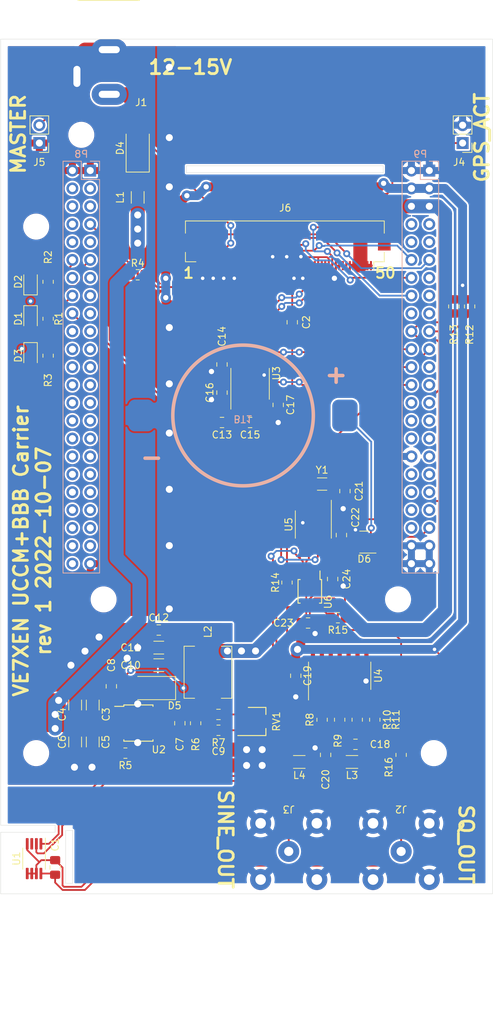
<source format=kicad_pcb>
(kicad_pcb (version 20211014) (generator pcbnew)
  (title_block (title "UCCM+BBB Carrier") (date "2022-10-07") (rev "1") (company "VE7XEN"))
  (layers (0 "F.Cu" signal) (31 "B.Cu" signal) (34 "B.Paste" user) (35 "F.Paste" user) (36 "B.SilkS" user "B.Silkscreen") (37 "F.SilkS" user "F.Silkscreen") (38 "B.Mask" user) (39 "F.Mask" user) (44 "Edge.Cuts" user))
  (net 0 "")
  (net 1 "+5V")
  (net 2 "GND")
  (net 3 "/Power Supply/FB")
  (net 4 "/Power Supply/SW")
  (net 5 "/Power Supply/BOOT")
  (net 6 "/Power Supply/VIN")
  (net 7 "/Power Supply/SS")
  (net 8 "+3V3")
  (net 9 "/Power Supply/RT")
  (net 10 "GNDS")
  (net 11 "/RS232_TX")
  (net 12 "/RS232_RX")
  (net 13 "/GPS_ACT")
  (net 14 "/GPIO[2]")
  (net 15 "/MMC1.DAT[6]")
  (net 16 "/MMC1.DAT[7]")
  (net 17 "/MMC1.DAT[2]")
  (net 18 "/MMC1.DAT[3]")
  (net 19 "/GPIO[67]")
  (net 20 "/GPIO[69]")
  (net 21 "/GPIO[68]")
  (net 22 "/GPIO[45]")
  (net 23 "/GPIO[44]")
  (net 24 "/GPIO[23]")
  (net 25 "/GPIO[26]")
  (net 26 "/LVTTL_10M")
  (net 27 "/GPIO[3]")
  (net 28 "/PP2S")
  (net 29 "/GPIO[47]")
  (net 30 "/GPIO[46]")
  (net 31 "/GPIO[27]")
  (net 32 "/GPIO[65]")
  (net 33 "/GPIO[22]")
  (net 34 "/MMC1.CMD")
  (net 35 "/MMC1.CLK")
  (net 36 "/MMC1.DAT[5]")
  (net 37 "/MMC1.DAT[4]")
  (net 38 "/MMC1.DAT[1]")
  (net 39 "/MMC1.DAT[0]")
  (net 40 "/LCD.PCLK")
  (net 41 "/LCD.VSYNC")
  (net 42 "/GPIO[61]")
  (net 43 "/LCD.HSYNC")
  (net 44 "/LCD.AC_BIAS_E")
  (net 45 "/LCD.DATA[14]")
  (net 46 "/LCD.DATA[15]")
  (net 47 "/LCD.DATA[13]")
  (net 48 "/LCD.DATA[11]")
  (net 49 "/LCD.DATA[8]")
  (net 50 "/LCD.DATA[10]")
  (net 51 "/LCD.DATA[6]")
  (net 52 "/LCD.DATA[9]")
  (net 53 "/LCD.DATA[4]")
  (net 54 "/LCD.DATA[7]")
  (net 55 "/LCD.DATA[2]")
  (net 56 "/LCD.DATA[5]")
  (net 57 "/LCD.DATA[0]")
  (net 58 "/LCD.DATA[3]")
  (net 59 "/LCD.DATA[1]")
  (net 60 "VBUS")
  (net 61 "/PWR_BUT")
  (net 62 "/~{SYS_RESET}")
  (net 63 "/GPIO[60]")
  (net 64 "/GPIO[31]")
  (net 65 "/GPIO[40]")
  (net 66 "/GPIO[48]")
  (net 67 "/GPIO[51]")
  (net 68 "/GPIO[4]")
  (net 69 "/GPIO[5]")
  (net 70 "/I2C2.SCL")
  (net 71 "/I2C2.SDA")
  (net 72 "/GPIO[49]")
  (net 73 "/GPIO[15]")
  (net 74 "/GPIO[117]")
  (net 75 "/GPIO[14]")
  (net 76 "/GPIO[125]")
  (net 77 "/SPI1.CS0")
  (net 78 "/SPI1.D0")
  (net 79 "/GPIO[122]")
  (net 80 "/SPI1.SCLK")
  (net 81 "+1V8")
  (net 82 "/AIN4")
  (net 83 "/AIN6")
  (net 84 "/AIN5")
  (net 85 "/AIN2")
  (net 86 "/AIN3")
  (net 87 "/AIN0")
  (net 88 "/AIN1")
  (net 89 "/GPIO[20]")
  (net 90 "/GPIO[7]")
  (net 91 "/Clock Generation/CLKIN")
  (net 92 "/Clock Generation/10M Filter/10M_IN")
  (net 93 "/GPIO[30]")
  (net 94 "/Clock Generation/CLK2SINE")
  (net 95 "/Clock Generation/CLK1SQ")
  (net 96 "/GPIO[66]")
  (net 97 "Net-(BT1-Pad1)")
  (net 98 "Net-(C3-Pad1)")
  (net 99 "Net-(C13-Pad1)")
  (net 100 "Net-(C13-Pad2)")
  (net 101 "Net-(C15-Pad1)")
  (net 102 "Net-(C15-Pad2)")
  (net 103 "Net-(C16-Pad1)")
  (net 104 "Net-(C17-Pad1)")
  (net 105 "Net-(C18-Pad1)")
  (net 106 "Net-(C18-Pad2)")
  (net 107 "Net-(C20-Pad1)")
  (net 108 "Net-(C21-Pad2)")
  (net 109 "Net-(C22-Pad2)")
  (net 110 "Net-(D1-Pad2)")
  (net 111 "Net-(D2-Pad2)")
  (net 112 "Net-(D3-Pad2)")
  (net 113 "Net-(D4-Pad1)")
  (net 114 "Net-(J5-Pad2)")
  (net 127 "Net-(R7-Pad2)")
  (net 128 "Net-(R8-Pad1)")
  (net 129 "Net-(R9-Pad1)")
  (net 130 "Net-(R10-Pad1)")
  (net 131 "Net-(R11-Pad1)")
  (net 132 "Net-(R14-Pad1)")
  (net 133 "Net-(R15-Pad2)")
  (net 134 "Net-(R16-Pad2)")
  (net 138 "Net-(U5-Pad2)")
  (net 141 "unconnected-(J6-Pad10)")
  (footprint "Connector_FFC-FPC:Hirose_FH12-50S-0.5SH_1x50-1MP_P0.50mm_Horizontal" (layer "F.Cu") (at 90.45 80.35 180)
    (fp_text reference "J6")
    (fp_text value "FPC-50-0.5MM")
  )
  (footprint "Crystal:Crystal_SMD_3215-2Pin_3.2x1.5mm" (layer "F.Cu") (at 95.75 113.25 180)
    (fp_text reference "Y1")
    (fp_text value "32.768k")
  )
  (footprint "Capacitor_SMD:C_0805_2012Metric_Pad1.18x1.45mm_HandSolder" (layer "F.Cu") (at 96.25 151.75 90)
    (fp_text reference "C20")
    (fp_text value "47p")
  )
  (footprint "Capacitor_SMD:C_0805_2012Metric_Pad1.18x1.45mm_HandSolder" (layer "F.Cu") (at 57.75 167.75 -90)
    (fp_text reference "C1")
    (fp_text value "100nF")
  )
  (footprint "Capacitor_SMD:C_0805_2012Metric_Pad1.18x1.45mm_HandSolder" (layer "F.Cu") (at 98.5 120.5 -90)
    (fp_text reference "C22")
    (fp_text value "100nF")
  )
  (footprint "Package_SO:MSOP-10_3x3mm_P0.5mm" (layer "F.Cu") (at 94 128.5 -90)
    (fp_text reference "U6")
    (fp_text value "MS5351M")
  )
  (footprint "Package_SO:SOIC-14_3.9x8.7mm_P1.27mm" (layer "F.Cu") (at 98.25 140.5 90)
    (fp_text reference "U4")
    (fp_text value "74HC04")
  )
  (footprint "Connector_PinHeader_2.54mm:PinHeader_1x02_P2.54mm_Vertical" (layer "F.Cu") (at 55.5 64.775 180)
    (fp_text reference "J5")
    (fp_text value "MASTER")
  )
  (footprint "Resistor_SMD:R_0805_2012Metric_Pad1.20x1.40mm_HandSolder" (layer "F.Cu") (at 98.25 146.75 -90)
    (fp_text reference "R9")
    (fp_text value "47")
  )
  (footprint "Capacitor_SMD:C_0805_2012Metric_Pad1.18x1.45mm_HandSolder" (layer "F.Cu") (at 81.5 96.25 -90)
    (fp_text reference "C14")
    (fp_text value "100n")
  )
  (footprint "Resistor_SMD:R_0805_2012Metric_Pad1.20x1.40mm_HandSolder" (layer "F.Cu") (at 100.75 146.75 -90)
    (fp_text reference "R10")
    (fp_text value "47")
  )
  (footprint "Resistor_SMD:R_0805_2012Metric_Pad1.20x1.40mm_HandSolder" (layer "F.Cu") (at 114.5 88 -90)
    (fp_text reference "R13")
    (fp_text value "5.6k")
  )
  (footprint "Capacitor_SMD:C_0805_2012Metric_Pad1.18x1.45mm_HandSolder" (layer "F.Cu") (at 99 114.25 90)
    (fp_text reference "C21")
    (fp_text value "10pF")
  )
  (footprint "Package_SO:SOIC-8_3.9x4.9mm_P1.27mm" (layer "F.Cu") (at 94.5 119 -90)
    (fp_text reference "U5")
    (fp_text value "PCF8563T")
  )
  (footprint "Resistor_SMD:R_0805_2012Metric_Pad1.20x1.40mm_HandSolder" (layer "F.Cu") (at 95.75 146.75 -90)
    (fp_text reference "R8")
    (fp_text value "47")
  )
  (footprint "Capacitor_SMD:C_0805_2012Metric_Pad1.18x1.45mm_HandSolder" (layer "F.Cu") (at 65.75 142 90)
    (fp_text reference "C8")
    (fp_text value "100nF")
  )
  (footprint "Resistor_SMD:R_0805_2012Metric_Pad1.20x1.40mm_HandSolder" (layer "F.Cu") (at 56.75 89.75 90)
    (fp_text reference "R1")
    (fp_text value "220")
  )
  (footprint "project:Trimpot_Bourns_3313J-1" (layer "F.Cu") (at 85.75 147 -90)
    (fp_text reference "RV1")
    (fp_text value "20k")
  )
  (footprint "project:DOSIN-801-0080" (layer "F.Cu") (at 107 165.47 180)
    (fp_text reference "J2")
    (fp_text value "SQ_OUT")
  )
  (footprint "Capacitor_SMD:C_1206_3216Metric_Pad1.33x1.80mm_HandSolder" (layer "F.Cu") (at 60.6 149.9125 -90)
    (fp_text reference "C6")
    (fp_text value "10uF")
  )
  (footprint "Resistor_SMD:R_0805_2012Metric_Pad1.20x1.40mm_HandSolder" (layer "F.Cu") (at 69.5 83.5)
    (fp_text reference "R4")
    (fp_text value "10k")
  )
  (footprint "Capacitor_SMD:C_0805_2012Metric_Pad1.18x1.45mm_HandSolder" (layer "F.Cu") (at 81.5 100.25 -90)
    (fp_text reference "C16")
    (fp_text value "100n")
  )
  (footprint "Package_SO:TSSOP-16_4.4x5mm_P0.65mm" (layer "F.Cu") (at 85.5 99 90)
    (fp_text reference "U3")
    (fp_text value "MAX3232")
  )
  (footprint "Capacitor_SMD:C_1206_3216Metric_Pad1.33x1.80mm_HandSolder" (layer "F.Cu") (at 60.6 144.6625 90)
    (fp_text reference "C4")
    (fp_text value "10uF")
  )
  (footprint "Capacitor_SMD:C_0805_2012Metric_Pad1.18x1.45mm_HandSolder" (layer "F.Cu") (at 85.5 104.5)
    (fp_text reference "C15")
    (fp_text value "100n")
  )
  (footprint "Inductor_SMD:L_1206_3216Metric_Pad1.22x1.90mm_HandSolder" (layer "F.Cu") (at 69.5 72.5 -90)
    (fp_text reference "L1")
    (fp_text value "1u")
  )
  (footprint "Capacitor_SMD:C_0805_2012Metric_Pad1.18x1.45mm_HandSolder" (layer "F.Cu") (at 75.5 147.25 90)
    (fp_text reference "C7")
    (fp_text value "10nF")
  )
  (footprint "Connector_PinHeader_2.54mm:PinHeader_1x02_P2.54mm_Vertical" (layer "F.Cu") (at 115.75 64.775 180)
    (fp_text reference "J4")
    (fp_text value "GPS_ACT")
  )
  (footprint "Capacitor_SMD:C_0805_2012Metric_Pad1.18x1.45mm_HandSolder" (layer "F.Cu") (at 89.5 102 -90)
    (fp_text reference "C17")
    (fp_text value "100n")
  )
  (footprint "Capacitor_SMD:C_1206_3216Metric_Pad1.33x1.80mm_HandSolder" (layer "F.Cu") (at 72.5 136.5 180)
    (fp_text reference "C11")
    (fp_text value "47uF")
  )
  (footprint "Resistor_SMD:R_0805_2012Metric_Pad1.20x1.40mm_HandSolder" (layer "F.Cu") (at 107 151.75 90)
    (fp_text reference "R16")
    (fp_text value "47")
  )
  (footprint "Capacitor_SMD:C_1206_3216Metric_Pad1.33x1.80mm_HandSolder" (layer "F.Cu") (at 72.5 139 180)
    (fp_text reference "C10")
    (fp_text value "47uF")
  )
  (footprint "Inductor_SMD:L_1206_3216Metric_Pad1.22x1.90mm_HandSolder" (layer "F.Cu") (at 92.5 152.75 180)
    (fp_text reference "L4")
    (fp_text value "10u")
  )
  (footprint "LED_SMD:LED_0805_2012Metric_Pad1.15x1.40mm_HandSolder" (layer "F.Cu") (at 54.25 89.75 -90)
    (fp_text reference "D1")
    (fp_text value "LED")
  )
  (footprint "Capacitor_SMD:C_1206_3216Metric_Pad1.33x1.80mm_HandSolder" (layer "F.Cu") (at 63.1 149.9125 -90)
    (fp_text reference "C5")
    (fp_text value "10uF")
  )
  (footprint "Diode_SMD:D_SMA" (layer "F.Cu") (at 69.5 65.5 90)
    (fp_text reference "D4")
    (fp_text value "SS54")
  )
  (footprint "LED_SMD:LED_0805_2012Metric_Pad1.15x1.40mm_HandSolder" (layer "F.Cu") (at 54.25 95 -90)
    (fp_text reference "D3")
    (fp_text value "LED")
  )
  (footprint "Capacitor_SMD:C_0805_2012Metric_Pad1.18x1.45mm_HandSolder" (layer "F.Cu") (at 91.5 90.25 90)
    (fp_text reference "C2")
    (fp_text value "100nF")
  )
  (footprint "Resistor_SMD:R_0805_2012Metric_Pad1.20x1.40mm_HandSolder" (layer "F.Cu") (at 81 148.25)
    (fp_text reference "R7")
    (fp_text value "75k")
  )
  (footprint "MountingHole:MountingHole_3.2mm_M3_DIN965" (layer "F.Cu") (at 61.475 63.605 -90)
    (fp_text reference "MH2" hide)
    (fp_text value "MountingHole_3.2mm_M3_DIN965" hide)
  )
  (footprint "Resistor_SMD:R_0805_2012Metric_Pad1.20x1.40mm_HandSolder" (layer "F.Cu") (at 103.25 146.75 -90)
    (fp_text reference "R11")
    (fp_text value "47")
  )
  (footprint "Resistor_SMD:R_0805_2012Metric_Pad1.20x1.40mm_HandSolder" (layer "F.Cu") (at 56.75 84.5 90)
    (fp_text reference "R2")
    (fp_text value "220")
  )
  (footprint "Package_SO:TI_SO-PowerPAD-8" (layer "F.Cu") (at 69.6025 147.225)
    (fp_text reference "U2")
    (fp_text value "LMR14030SDDAR")
  )
  (footprint "Capacitor_SMD:C_0805_2012Metric_Pad1.18x1.45mm_HandSolder" (layer "F.Cu") (at 81 146 180)
    (fp_text reference "C9")
    (fp_text value "330pF")
  )
  (footprint "Diode_SMD:D_SMA" (layer "F.Cu") (at 71.5 142.25 180)
    (fp_text reference "D5")
    (fp_text value "SS54")
  )
  (footprint "Resistor_SMD:R_0805_2012Metric_Pad1.20x1.40mm_HandSolder" (layer "F.Cu") (at 98 132.25 180)
    (fp_text reference "R15")
    (fp_text value "47")
  )
  (footprint "Capacitor_SMD:C_0805_2012Metric_Pad1.18x1.45mm_HandSolder" (layer "F.Cu") (at 100.5 150.25)
    (fp_text reference "C18")
    (fp_text value "10n")
  )
  (footprint "Inductor_SMD:L_Abracon_ASPI-0630LR" (layer "F.Cu") (at 79.5 140 90)
    (fp_text reference "L2")
    (fp_text value "4.7uH")
  )
  (footprint "LED_SMD:LED_0805_2012Metric_Pad1.15x1.40mm_HandSolder" (layer "F.Cu") (at 54.25 84.5 90)
    (fp_text reference "D2")
    (fp_text value "LED")
  )
  (footprint "Package_TO_SOT_SMD:SOT-23" (layer "F.Cu") (at 101.75 121.5 180)
    (fp_text reference "D6")
    (fp_text value "BAV70")
  )
  (footprint "project:DOSIN-801-0080" (layer "F.Cu") (at 91 165.47 180)
    (fp_text reference "J3")
    (fp_text value "SINE_OUT")
  )
  (footprint "Capacitor_SMD:C_0805_2012Metric_Pad1.18x1.45mm_HandSolder" (layer "F.Cu") (at 72.5 134 180)
    (fp_text reference "C12")
    (fp_text value "100nF")
  )
  (footprint "project:DC-005A-2.5A-2.0" (layer "F.Cu") (at 65.45 55.3 -90)
    (fp_text reference "J1")
    (fp_text value "DC-005A-2.5A-2.0")
  )
  (footprint "Capacitor_SMD:C_0805_2012Metric_Pad1.18x1.45mm_HandSolder" (layer "F.Cu") (at 93.75 133 180)
    (fp_text reference "C23")
    (fp_text value "100nF")
  )
  (footprint "Resistor_SMD:R_0805_2012Metric_Pad1.20x1.40mm_HandSolder" (layer "F.Cu") (at 90.75 127.25 90)
    (fp_text reference "R14")
    (fp_text value "47")
  )
  (footprint "Capacitor_SMD:C_0805_2012Metric_Pad1.18x1.45mm_HandSolder" (layer "F.Cu") (at 81.5 104.5)
    (fp_text reference "C13")
    (fp_text value "100n")
  )
  (footprint "Capacitor_SMD:C_1206_3216Metric_Pad1.33x1.80mm_HandSolder" (layer "F.Cu") (at 63.1 144.6625 90)
    (fp_text reference "C3")
    (fp_text value "10uF")
  )
  (footprint "Capacitor_SMD:C_0805_2012Metric_Pad1.18x1.45mm_HandSolder" (layer "F.Cu") (at 97.25 126.75 90)
    (fp_text reference "C24")
    (fp_text value "100nF")
  )
  (footprint "Resistor_SMD:R_0805_2012Metric_Pad1.20x1.40mm_HandSolder" (layer "F.Cu") (at 56.75 95 -90)
    (fp_text reference "R3")
    (fp_text value "220")
  )
  (footprint "NetTie:NetTie-2_SMD_Pad2.0mm" (layer "F.Cu") (at 83 153.25 180)
    (fp_text reference "NT1")
    (fp_text value "Net-Tie_2")
  )
  (footprint "Inductor_SMD:L_1206_3216Metric_Pad1.22x1.90mm_HandSolder" (layer "F.Cu") (at 100 152.75 180)
    (fp_text reference "L3")
    (fp_text value "10u")
  )
  (footprint "Resistor_SMD:R_0805_2012Metric_Pad1.20x1.40mm_HandSolder" (layer "F.Cu") (at 67.75 151.5)
    (fp_text reference "R5")
    (fp_text value "15k")
  )
  (footprint "MountingHole:MountingHole_3.2mm_M3_DIN965" (layer "F.Cu") (at 64.65 129.645 -90)
    (fp_text reference "MH4" hide)
    (fp_text value "MountingHole_3.2mm_M3_DIN965" hide)
  )
  (footprint "Package_SO:MSOP-8_3x3mm_P0.65mm" (layer "F.Cu") (at 54.75 166.5 -90)
    (fp_text reference "U1")
    (fp_text value "LM75B")
  )
  (footprint "Resistor_SMD:R_0805_2012Metric_Pad1.20x1.40mm_HandSolder" (layer "F.Cu") (at 116.75 88 -90)
    (fp_text reference "R12")
    (fp_text value "5.6k")
  )
  (footprint "Capacitor_SMD:C_0805_2012Metric_Pad1.18x1.45mm_HandSolder" (layer "F.Cu") (at 92 140.5 -90)
    (fp_text reference "C19")
    (fp_text value "1uF")
  )
  (footprint "NetTie:NetTie-2_SMD_Pad2.0mm" (layer "F.Cu") (at 83 151 180)
    (fp_text reference "NT2")
    (fp_text value "Net-Tie_2")
  )
  (footprint "Resistor_SMD:R_0805_2012Metric_Pad1.20x1.40mm_HandSolder" (layer "F.Cu") (at 77.75 147.25 90)
    (fp_text reference "R6")
    (fp_text value "12k")
  )
  (footprint "MountingHole:MountingHole_3.2mm_M3_DIN965" (layer "F.Cu") (at 106.56 129.645 -90)
    (fp_text reference "MH3" hide)
    (fp_text value "MountingHole_3.2mm_M3_DIN965" hide)
  )
  (footprint "MountingHole:MountingHole_3.2mm_M3_DIN965" (layer "B.Cu") (at 55.05 76.65 180)
    (fp_text reference "H2" hide)
    (fp_text value "MountingHole")
  )
  (footprint "MountingHole:MountingHole_3.2mm_M3_DIN965" (layer "B.Cu") (at 55.05 151.5 180)
    (fp_text reference "H4" hide)
    (fp_text value "MountingHole")
  )
  (footprint "MountingHole:MountingHole_3.2mm_M3_DIN965" (layer "B.Cu") (at 111.65 151.5 180)
    (fp_text reference "H3" hide)
    (fp_text value "MountingHole")
  )
  (footprint "Connector_PinHeader_2.54mm:PinHeader_2x23_P2.54mm_Vertical" (layer "B.Cu") (at 111.005 68.685 180)
    (fp_text reference "P9")
    (fp_text value "BeagleBone_Black_Header")
  )
  (footprint "project:CR2032-BS-6-1" (layer "B.Cu") (at 84.5 103.5)
    (fp_text reference "BT1")
    (fp_text value "CR2032")
  )
  (footprint "Connector_PinHeader_2.54mm:PinHeader_2x23_P2.54mm_Vertical" (layer "B.Cu") (at 62.745 68.685 180)
    (fp_text reference "P8")
    (fp_text value "BeagleBone_Black_Header")
  )
  (gr_line (start 61 44.5) (end 69.75 44.5) (layer "F.SilkS") (width 0.12))
  (gr_line (start 50 161.75) (end 50 50) (layer "Edge.Cuts") (width 0.05))
  (gr_line (start 120 171.5) (end 50 171.5) (layer "Edge.Cuts") (width 0.05))
  (gr_line (start 120 50) (end 120 171.5) (layer "Edge.Cuts") (width 0.05))
  (gr_line (start 76.45 68) (end 104.45 68) (layer "Edge.Cuts") (width 0.05))
  (gr_line (start 60.25 162.5) (end 59.25 162.5) (layer "Edge.Cuts") (width 0.05))
  (gr_line (start 76.45 68) (end 76.45 69) (layer "Edge.Cuts") (width 0.05))
  (gr_line (start 59.25 162.5) (end 59.25 170) (layer "Edge.Cuts") (width 0.05))
  (gr_line (start 104.45 69) (end 76.45 69) (layer "Edge.Cuts") (width 0.05))
  (gr_line (start 57.75 161.75) (end 50 161.75) (layer "Edge.Cuts") (width 0.05))
  (gr_line (start 57.75 162.75) (end 50 162.75) (layer "Edge.Cuts") (width 0.05))
  (gr_line (start 50 162.75) (end 50 171.5) (layer "Edge.Cuts") (width 0.05))
  (gr_line (start 60.25 170) (end 60.25 162.5) (layer "Edge.Cuts") (width 0.05))
  (gr_line (start 120 50) (end 50 50) (layer "Edge.Cuts") (width 0.05))
  (gr_line (start 59.25 170) (end 60.25 170) (layer "Edge.Cuts") (width 0.05))
  (gr_line (start 57.75 161.75) (end 57.75 162.75) (layer "Edge.Cuts") (width 0.05))
  (gr_line (start 104.45 68) (end 104.45 69) (layer "Edge.Cuts") (width 0.05))
  (gr_text "12-15V" (at 77 54) (layer "F.SilkS") (effects (font (size 2 2) (thickness 0.4))))
  (gr_text "50" (at 104.75 83.25) (layer "F.SilkS") (effects (font (size 1.5 1.5) (thickness 0.3))))
  (gr_text "VE7XEN UCCM+BBB Carrier\nrev 1 2022-10-07" (at 54.5 122.75 90) (layer "F.SilkS") (effects (font (size 2 2) (thickness 0.4))))
  (gr_text "1" (at 76.75 83.25) (layer "F.SilkS") (effects (font (size 1.5 1.5) (thickness 0.3))))
  (segment (start 79.5 136.975) (end 82.275 136.975) (width 2) (layer "F.Cu") (net 1))
  (segment (start 108.465 73.765) (end 104.485 73.765) (width 2) (layer "F.Cu") (net 1))
  (segment (start 104.485 73.765) (end 101.2 77.05) (width 2) (layer "F.Cu") (net 1))
  (segment (start 84.15 146) (end 84.3 145.85) (width 0.25) (layer "F.Cu") (net 1))
  (segment (start 84.275 136.975) (end 86.275 136.975) (width 2) (layer "F.Cu") (net 1))
  (segment (start 82.0375 141.2875) (end 80.25 139.5) (width 0.25) (layer "F.Cu") (net 1))
  (segment (start 101.2 77.05) (end 101.2 82.2) (width 2) (layer "F.Cu") (net 1))
  (segment (start 86.05 145.85) (end 87.2 147) (width 0.25) (layer "F.Cu") (net 1))
  (segment (start 82.0375 146) (end 82.0375 141.2875) (width 0.25) (layer "F.Cu") (net 1))
  (segment (start 102.7 82.2) (end 99.8027 82.2) (width 0.5) (layer "F.Cu") (net 1))
  (segment (start 82.275 136.975) (end 84.275 136.975) (width 2) (layer "F.Cu") (net 1))
  (segment (start 82.0375 146) (end 84.15 146) (width 0.25) (layer "F.Cu") (net 1))
  (segment (start 84.3 145.85) (end 86.05 145.85) (width 0.25) (layer "F.Cu") (net 1))
  (via (at 84.275 136.975) (size 2) (drill 1) (layers "F.Cu" "B.Cu") (net 1))
  (via (at 86.275 136.975) (size 2) (drill 1) (layers "F.Cu" "B.Cu") (net 1))
  (via (at 82.275 136.975) (size 2) (drill 1) (layers "F.Cu" "B.Cu") (net 1))
  (segment (start 108.465 73.765) (end 111.005 73.765) (width 2) (layer "B.Cu") (net 1))
  (segment (start 101.75 134) (end 110.5 134) (width 2) (layer "B.Cu") (net 1))
  (segment (start 112.207081 73.765) (end 111.005 73.765) (width 2) (layer "B.Cu") (net 1))
  (segment (start 86.275 136.975) (end 82.275 136.975) (width 2) (layer "B.Cu") (net 1))
  (segment (start 98.25 130.5) (end 101.75 134) (width 2) (layer "B.Cu") (net 1))
  (segment (start 113.25 74.807919) (end 112.207081 73.765) (width 2) (layer "B.Cu") (net 1))
  (segment (start 86.275 136.975) (end 92.75 130.5) (width 2) (layer "B.Cu") (net 1))
  (segment (start 92.75 130.5) (end 98.25 130.5) (width 2) (layer "B.Cu") (net 1))
  (segment (start 110.5 134) (end 113.25 131.25) (width 2) (layer "B.Cu") (net 1))
  (segment (start 113.25 131.25) (end 113.25 74.807919) (width 2) (layer "B.Cu") (net 1))
  (segment (start 62 51.5) (end 60.85 52.65) (width 2) (layer "F.Cu") (net 2))
  (segment (start 75.5375 146.25) (end 75.5 146.2125) (width 0.5) (layer "F.Cu") (net 2))
  (segment (start 72.3825 146.59) (end 70.345 146.59) (width 0.5) (layer "F.Cu") (net 2))
  (segment (start 60.85 52.65) (end 60.85 55.3) (width 2) (layer "F.Cu") (net 2))
  (segment (start 70.345 146.59) (end 70.205 146.45) (width 0.5) (layer "F.Cu") (net 2))
  (segment (start 75.1225 146.59) (end 75.5 146.2125) (width 0.5) (layer "F.Cu") (net 2))
  (segment (start 72.3825 146.59) (end 75.1225 146.59) (width 0.5) (layer "F.Cu") (net 2))
  (segment (start 65.45 51.5) (end 62 51.5) (width 2) (layer "F.Cu") (net 2))
  (segment (start 77.75 146.25) (end 75.5375 146.25) (width 0.5) (layer "F.Cu") (net 2))
  (via (at 69.5 144.5) (size 2) (drill 1) (layers "F.Cu" "B.Cu") (net 2))
  (via (at 63 153.5) (size 2) (drill 1) (layers "F.Cu" "B.Cu") (net 2))
  (via (at 60 139) (size 2) (drill 1) (layers "F.Cu" "B.Cu") (net 2))
  (via (at 64 135) (size 2) (drill 1) (layers "F.Cu" "B.Cu") (net 2))
  (via (at 69.5 136.5) (size 2) (drill 1) (layers "F.Cu" "B.Cu") (net 2))
  (via (at 62 137) (size 2) (drill 1) (layers "F.Cu" "B.Cu") (net 2))
  (via (at 69.5 150) (size 2) (drill 1) (layers "F.Cu" "B.Cu") (net 2))
  (via (at 68 138) (size 2) (drill 1) (layers "F.Cu" "B.Cu") (net 2))
  (via (at 60.5 153.5) (size 2) (drill 1) (layers "F.Cu" "B.Cu") (net 2))
  (segment (start 72.5085 149.256) (end 76.744 149.256) (width 0.254) (layer "F.Cu") (net 3))
  (segment (start 77.75 148.25) (end 80 148.25) (width 0.254) (layer "F.Cu") (net 3))
  (segment (start 76.744 149.256) (end 77.75 148.25) (width 0.254) (layer "F.Cu") (net 3))
  (segment (start 79.9625 146) (end 79.9625 148.2125) (width 0.254) (layer "F.Cu") (net 3))
  (segment (start 79.9625 148.2125) (end 80 148.25) (width 0.254) (layer "F.Cu") (net 3))
  (segment (start 72.3825 149.13) (end 72.5085 149.256) (width 0.254) (layer "F.Cu") (net 3))
  (segment (start 65.75 140.9625) (end 67.2875 140.9625) (width 0.25) (layer "F.Cu") (net 4))
  (segment (start 67.2875 140.9625) (end 68.5 139.75) (width 0.25) (layer "F.Cu") (net 4))
  (via (at 76 142.25) (size 1) (drill 0.5) (layers "F.Cu" "B.Cu") (net 4))
  (via (at 68.5 139.75) (size 1) (drill 0.5) (layers "F.Cu" "B.Cu") (net 4))
  (segment (start 68.5 139.75) (end 73.5 139.75) (width 0.25) (layer "B.Cu") (net 4))
  (segment (start 73.5 139.75) (end 76 142.25) (width 0.25) (layer "B.Cu") (net 4))
  (segment (start 66.8225 144.11) (end 65.75 143.0375) (width 0.254) (layer "F.Cu") (net 5))
  (segment (start 66.8225 145.32) (end 66.8225 144.11) (width 0.254) (layer "F.Cu") (net 5))
  (segment (start 67.85 57.85) (end 69.5 59.5) (width 2) (layer "F.Cu") (net 6))
  (segment (start 65.45 57.85) (end 67.85 57.85) (width 2) (layer "F.Cu") (net 6))
  (segment (start 69.5 59.5) (end 69.5 63.5) (width 2) (layer "F.Cu") (net 6))
  (segment (start 75.0725 147.86) (end 75.5 148.2875) (width 0.254) (layer "F.Cu") (net 7))
  (segment (start 72.3825 147.86) (end 75.0725 147.86) (width 0.254) (layer "F.Cu") (net 7))
  (segment (start 115.5 161.5) (end 115.5 140.5) (width 0.25) (layer "F.Cu") (net 8))
  (segment (start 93.475 138.025) (end 92 139.5) (width 0.5) (layer "F.Cu") (net 8))
  (segment (start 95 127.5) (end 95 126.3) (width 0.25) (layer "F.Cu") (net 8))
  (segment (start 92.7125 136.2875) (end 92.7125 133) (width 1.27) (layer "F.Cu") (net 8))
  (segment (start 97.25 125.7125) (end 100.2875 125.7125) (width 0.25) (layer "F.Cu") (net 8))
  (segment (start 58.812485 170.952701) (end 61.992407 170.952701) (width 0.25) (layer "F.Cu") (net 8))
  (segment (start 95 126.3) (end 96.6625 126.3) (width 0.25) (layer "F.Cu") (net 8))
  (segment (start 57.75 169.890216) (end 58.812485 170.952701) (width 0.25) (layer "F.Cu") (net 8))
  (segment (start 93.5 132.2125) (end 92.7125 133) (width 0.25) (layer "F.Cu") (net 8))
  (segment (start 73.5 86.75) (end 73.5 87.2125) (width 1.27) (layer "F.Cu") (net 8))
  (segment (start 57.75 168.7875) (end 57.75 169.890216) (width 0.25) (layer "F.Cu") (net 8))
  (segment (start 79.25 71) (end 97 71) (width 1.27) (layer "F.Cu") (net 8))
  (segment (start 92 137) (end 92 139.5) (width 1.27) (layer "F.Cu") (net 8))
  (segment (start 73.5 75.25) (end 76.5 72.25) (width 1.27) (layer "F.Cu") (net 8))
  (segment (start 96.6625 126.3) (end 97.25 125.7125) (width 0.25) (layer "F.Cu") (net 8))
  (segment (start 61.992407 170.952701) (end 65.445108 167.5) (width 0.25) (layer "F.Cu") (net 8))
  (segment (start 109.5 167.5) (end 115.5 161.5) (width 0.25) (layer "F.Cu") (net 8))
  (segment (start 65.445108 167.5) (end 109.5 167.5) (width 0.25) (layer "F.Cu") (net 8))
  (segment (start 104 71) (end 104.5 70.5) (width 1.27) (layer "F.Cu") (net 8))
  (segment (start 93.5 130.7) (end 93.5 132.2125) (width 0.25) (layer "F.Cu") (net 8))
  (segment (start 114.5 87) (end 116.75 87) (width 1) (layer "F.Cu") (net 8))
  (segment (start 73.5 84) (end 73.5 75.25) (width 1.27) (layer "F.Cu") (net 8))
  (segment (start 115.75 85) (end 115.75 87) (width 1.27) (layer "F.Cu") (net 8))
  (segment (start 92.25 136.75) (end 92 137) (width 1.27) (layer "F.Cu") (net 8))
  (segment (start 57.575 168.6125) (end 57.75 168.7875) (width 0.25) (layer "F.Cu") (net 8))
  (segment (start 92.25 136.75) (end 92.7125 136.2875) (width 1.27) (layer "F.Cu") (net 8))
  (segment (start 83.225 96.1375) (end 82.425 96.1375) (width 0.25) (layer "F.Cu") (net 8))
  (segment (start 73.5 87.2125) (end 81.5 95.2125) (width 1.27) (layer "F.Cu") (net 8))
  (segment (start 94.44 138.025) (end 93.475 138.025) (width 0.5) (layer "F.Cu") (net 8))
  (segment (start 55.725 168.6125) (end 57.575 168.6125) (width 0.25) (layer "F.Cu") (net 8))
  (segment (start 97 71) (end 104 71) (width 1.27) (layer "F.Cu") (net 8))
  (segment (start 102.6875 123.3125) (end 102.6875 122.45) (width 0.25) (layer "F.Cu") (net 8))
  (segment (start 93.5 129) (end 95 127.5) (width 0.25) (layer "F.Cu") (net 8))
  (segment (start 115.5 140.5) (end 111.75 136.75) (width 0.25) (layer "F.Cu") (net 8))
  (segment (start 100.2875 125.7125) (end 102.6875 123.3125) (width 0.25) (layer "F.Cu") (net 8))
  (segment (start 82.425 96.1375) (end 81.5 95.2125) (width 0.25) (layer "F.Cu") (net 8))
  (segment (start 93.5 130.7) (end 93.5 129) (width 0.25) (layer "F.Cu") (net 8))
  (via (at 73.5 84) (size 1.5) (drill 0.75) (layers "F.Cu" "B.Cu") (net 8))
  (via (at 115.75 85) (size 1) (drill 0.5) (layers "F.Cu" "B.Cu") (net 8))
  (via (at 111.75 136.75) (size 1) (drill 0.5) (layers "F.Cu" "B.Cu") (net 8))
  (via (at 73.5 86.75) (size 1.5) (drill 0.75) (layers "F.Cu" "B.Cu") (net 8))
  (via (at 104.5 70.5) (size 1.5) (drill 0.75) (layers "F.Cu" "B.Cu") (net 8))
  (via (at 79.25 71) (size 1.5) (drill 0.75) (layers "F.Cu" "B.Cu") (net 8))
  (via (at 92.25 136.75) (size 2) (drill 1) (layers "F.Cu" "B.Cu") (net 8))
  (via (at 76.5 72.25) (size 1.5) (drill 0.75) (layers "F.Cu" "B.Cu") (net 8))
  (segment (start 76.5 72.25) (end 78 72.25) (width 1.27) (layer "B.Cu") (net 8))
  (segment (start 73.5 86.75) (end 73.5 84) (width 1.27) (layer "B.Cu") (net 8))
  (segment (start 113.225 71.225) (end 111.005 71.225) (width 1.27) (layer "B.Cu") (net 8))
  (segment (start 104.5 70.5) (end 105.225 71.225) (width 1.27) (layer "B.Cu") (net 8))
  (segment (start 111.75 136.75) (end 115.75 132.75) (width 1.27) (layer "B.Cu") (net 8))
  (segment (start 115.75 73.75) (end 113.225 71.225) (width 1.27) (layer "B.Cu") (net 8))
  (segment (start 115.75 132.75) (end 115.75 85) (width 1.27) (layer "B.Cu") (net 8))
  (segment (start 111.005 71.225) (end 108.465 71.225) (width 1.27) (layer "B.Cu") (net 8))
  (segment (start 105.225 71.225) (end 108.465 71.225) (width 1.27) (layer "B.Cu") (net 8))
  (segment (start 115.75 85) (end 115.75 73.75) (width 1.27) (layer "B.Cu") (net 8))
  (segment (start 92.25 136.75) (end 111.75 136.75) (width 1.27) (layer "B.Cu") (net 8))
  (segment (start 78 72.25) (end 79.25 71) (width 1.27) (layer "B.Cu") (net 8))
  (segment (start 66.75 149.2025) (end 66.8225 149.13) (width 0.254) (layer "F.Cu") (net 9))
  (segment (start 66.75 151.5) (end 66.75 149.2025) (width 0.254) (layer "F.Cu") (net 9))
  (segment (start 100.2125 119.4625) (end 100.5 119.75) (width 1.27) (layer "F.Cu") (net 10))
  (segment (start 91.7 82.2) (end 91.7 81.05) (width 0.25) (layer "F.Cu") (net 10))
  (segment (start 86.5436 83.5) (end 87.3564 83.5) (width 0.25) (layer "F.Cu") (net 10))
  (segment (start 81.5 101.2875) (end 80.0375 101.2875) (width 1.27) (layer "F.Cu") (net 10))
  (segment (start 80.2 82.2) (end 80.2 83.95) (width 0.25) (layer "F.Cu") (net 10))
  (segment (start 80.0375 101.2875) (end 80 101.25) (width 1.27) (layer "F.Cu") (net 10))
  (segment (start 54.25 87.25) (end 54.25 85.525) (width 1) (layer "F.Cu") (net 10))
  (segment (start 55.7875 166.7125) (end 57.75 166.7125) (width 0.25) (layer "F.Cu") (net 10))
  (segment (start 78.75 84) (end 79.25 84) (width 0.25) (layer "F.Cu") (net 10))
  (segment (start 94.7875 150.7125) (end 94.75 150.75) (width 1.27) (layer "F.Cu") (net 10))
  (segment (start 59 170.5) (end 61.5 170.5) (width 0.25) (layer "F.Cu") (net 10))
  (segment (start 90.5436 84) (end 89.7 83.1564) (width 0.25) (layer "F.Cu") (net 10))
  (segment (start 91.7 83.95) (end 91.75 84) (width 0.25) (layer "F.Cu") (net 10))
  (segment (start 82.25 84) (end 83.25 84) (width 0.25) (layer "F.Cu") (net 10))
  (segment (start 82.2 83.95) (end 82.25 84) (width 0.25) (layer "F.Cu") (net 10))
  (segment (start 93.75 81) (end 91.75 81) (width 0.25) (layer "F.Cu") (net 10))
  (segment (start 87.7 81.2436) (end 87.7 82.2) (width 0.25) (layer "F.Cu") (net 10))
  (segment (start 96.7 83.2) (end 97.5 84) (width 0.25) (layer "F.Cu") (net 10))
  (segment (start 88.71351 81.23009) (end 88.71351 80.933102) (width 0.25) (layer "F.Cu") (net 10))
  (segment (start 92.595 118.345) (end 93 118.75) (width 0.5) (layer "F.Cu") (net 10))
  (segment (start 98.5 119.4625) (end 100.2125 119.4625) (width 1.27) (layer "F.Cu") (net 10))
  (segment (start 81.2 83.95) (end 81.25 84) (width 0.25) (layer "F.Cu") (net 10))
  (segment (start 78.2 82.2) (end 78.2 83.45) (width 0.25) (layer "F.Cu") (net 10))
  (segment (start 96.25 150.7125) (end 94.7875 150.7125) (width 1.27) (layer "F.Cu") (net 10))
  (segment (start 89.7 83.1564) (end 89.7 82.2) (width 0.25) (layer "F.Cu") (net 10))
  (segment (start 58.8032 170.3032) (end 59 170.5) (width 0.25) (layer "F.Cu") (net 10))
  (segment (start 83.2 82.2) (end 83.2 83.95) (width 0.25) (layer "F.Cu") (net 10))
  (segment (start 94.7875 133) (end 94.7875 134.4625) (width 1.27) (layer "F.Cu") (net 10))
  (segment (start 99 116.5) (end 98.75 116.75) (width 1.27) (layer "F.Cu") (net 10))
  (segment (start 95.759056 127.7875) (end 97.25 127.7875) (width 0.25) (layer "F.Cu") (net 10))
  (segment (start 58.8032 167.7657) (end 58.8032 170.3032) (width 0.25) (layer "F.Cu") (net 10))
  (segment (start 93 84) (end 91.75 84) (width 0.25) (layer "F.Cu") (net 10))
  (segment (start 96.4564 81) (end 95.25 81) (width 0.25) (layer "F.Cu") (net 10))
  (segment (start 82.2 82.2) (end 82.2 83.95) (width 0.25) (layer "F.Cu") (net 10))
  (segment (start 55.075 168.6125) (end 55.075 167.425) (width 0.25) (layer "F.Cu") (net 10))
  (segment (start 80.0375 97.2875) (end 80 97.25) (width 1.27) (layer "F.Cu") (net 10))
  (segment (start 89.7 81.05) (end 89.75 81) (width 0.25) (layer "F.Cu") (net 10))
  (segment (start 88.7 81.2436) (end 88.71351 81.23009) (width 0.25) (layer "F.Cu") (net 10))
  (segment (start 91.7 81.05) (end 91.75 81) (width 0.25) (layer "F.Cu") (net 10))
  (segment (start 99 115.2875) (end 99 116.5) (width 1.27) (layer "F.Cu") (net 10))
  (segment (start 102.06 142.975) (end 102.06 141.31) (width 0.5) (layer "F.Cu") (net 10))
  (segment (start 83.2 83.95) (end 83.25 84) (width 0.25) (layer "F.Cu") (net 10))
  (segment (start 89.75 81) (end 87.9436 81) (width 0.25) (layer "F.Cu") (net 10))
  (segment (start 86.2 83.1564) (end 86.5436 83.5) (width 0.25) (layer "F.Cu") (net 10))
  (segment (start 94 130.7) (end 94 129.546556) (width 0.25) (layer "F.Cu") (net 10))
  (segment (start 94 129.546556) (end 95.759056 127.7875) (width 0.25) (layer "F.Cu") (net 10))
  (segment (start 90.7 83.8436) (end 90.5436 84) (width 0.25) (layer "F.Cu") (net 10))
  (segment (start 87.7 83.1564) (end 87.7 82.2) (width 0.25) (layer "F.Cu") (net 10))
  (segment (start 54.25 88.725) (end 54.25 87.25) (width 1) (layer "F.Cu") (net 10))
  (segment (start 93.7 81.05) (end 93.75 81) (width 0.25) (layer "F.Cu") (net 10))
  (segment (start 88.7218 81.2218) (end 88.7 81.2436) (width 0.25) (layer "F.Cu") (net 10))
  (segment (start 98.7125 127.7875) (end 98.75 127.75) (width 1.27) (layer "F.Cu") (net 10))
  (segment (start 79.25 84) (end 81.25 84) (width 0.25) (layer "F.Cu") (net 10))
  (segment (start 81.72 166.75) (end 87 161.47) (width 0.25) (layer "F.Cu") (net 10))
  (segment (start 88.325 101.8625) (end 89.5 103.0375) (width 0.25) (layer "F.Cu") (net 10))
  (segment (start 92.595 116.525) (end 92.595 118.345) (width 0.5) (layer "F.Cu") (net 10))
  (segment (start 54.25 93.975) (end 53.025 93.975) (width 1) (layer "F.Cu") (net 10))
  (segment (start 83.875 97.125) (end 83.875 96.1375) (width 0.25) (layer "F.Cu") (net 10))
  (segment (start 96.7 82.2) (end 96.7 81.2436) (width 0.25) (layer "F.Cu") (net 10))
  (segment (start 90.7 82.2) (end 90.7 81.2436) (width 0.25) (layer "F.Cu") (net 10))
  (segment (start 89.7 82.2) (end 89.7 81.05) (width 0.25) (layer "F.Cu") (net 10))
  (segment (start 94 130.7) (end 94 132.2125) (width 0.25) (layer "F.Cu") (net 10))
  (segment (start 65.25 166.75) (end 81.72 166.75) (width 0.25) (layer "F.Cu") (net 10))
  (segment (start 96.7 82.2) (end 96.7 83.2) (width 0.25) (layer "F.Cu") (net 10))
  (segment (start 95.2 82.2) (end 95.2 81.05) (width 0.25) (layer "F.Cu") (net 10))
  (segment (start 81.25 84) (end 82.25 84) (width 0.25) (layer "F.Cu") (net 10))
  (segment (start 91.75 84) (end 90.5436 84) (width 0.25) (layer "F.Cu") (net 10))
  (segment (start 57.75 166.7125) (end 58.8032 167.7657) (width 0.25) (layer "F.Cu") (net 10))
  (segment (start 93.7 83.3) (end 93 84) (width 0.25) (layer "F.Cu") (net 10))
  (segment (start 89.5 103.0375) (end 89.5 104.5) (width 1.27) (layer "F.Cu") (net 10))
  (segment (start 78.2 83.45) (end 78.75 84) (width 0.25) (layer "F.Cu") (net 10))
  (segment (start 95.25 81) (end 93.75 81) (width 0.25) (layer "F.Cu") (net 10))
  (segment (start 81.2 82.2) (end 81.2 83.95) (width 0.25) (layer "F.Cu") (net 10))
  (segment (start 87.125 97.375) (end 87.5 97.75) (width 0.25) (layer "F.Cu") (net 10))
  (segment (start 96.7 81.2436) (end 96.4564 81) (width 0.25) (layer "F.Cu") (net 10))
  (segment (start 90.7 82.2) (end 90.7 83.8436) (width 0.25) (layer "F.Cu") (net 10))
  (segment (start 90.7 81.2436) (end 90.7218 81.2218) (width 0.25) (layer "F.Cu") (net 10))
  (segment (start 88.7 81.2436) (end 88.7 82.2) (width 0.25) (layer "F.Cu") (net 10))
  (segment (start 80.2 83.95) (end 80.25 84) (width 0.25) (layer "F.Cu") (net 10))
  (segment (start 86.2 82.2) (end 86.2 83.1564) (width 0.25) (layer "F.Cu") (net 10))
  (segment (start 53.025 93.975) (end 53 94) (width 1) (layer "F.Cu") (net 10))
  (segment (start 55.5 167) (end 55.7875 166.7125) (width 0.25) (layer "F.Cu") (net 10))
  (segment (start 93.7 82.2) (end 93.7 81.05) (width 0.25) (layer "F.Cu") (net 10))
  (segment (start 90.71351 81.23009) (end 90.71351 80.933102) (width 0.25) (layer "F.Cu") (net 10))
  (segment (start 92.7335 81.2101) (end 92.7335 80.922611) (width 0.25) (layer "F.Cu") (net 10))
  (segment (start 92.7 82.2) (end 92.7 83.7) (width 0.25) (layer "F.Cu") (net 10))
  (segment (start 102.06 141.31) (end 102 141.25) (width 0.5) (layer "F.Cu") (net 10))
  (segment (start 53.775 165.275) (end 55.5 167) (width 0.25) (layer "F.Cu") (net 10))
  (segment (start 90.7 81.2436) (end 90.71351 81.23009) (width 0.25) (layer "F.Cu") (net 10))
  (segment (start 94 132.2125) (end 94.7875 133) (width 0.25) (layer "F.Cu") (net 10))
  (segment (start 92.7 83.7) (end 93 84) (width 0.25) (layer "F.Cu") (net 10))
  (segment (start 83.7125 97.2875) (end 81.5 97.2875) (width 0.25) (layer "F.Cu") (net 10))
  (segment (start 91.7 82.2) (end 91.7 83.95) (width 0.25) (layer "F.Cu") (net 10))
  (segment (start 87.3564 83.5) (end 87.7 83.1564) (width 0.25) (layer "F.Cu") (net 10))
  (segment (start 87.125 96.1375) (end 87.125 97.375) (width 0.25) (layer "F.Cu") (net 10))
  (segment (start 81.5 97.2875) (end 80.0375 97.2875) (width 1.27) (layer "F.Cu") (net 10))
  (segment (start 83.7125 97.2875) (end 83.875 97.125) (width 0.25) (layer "F.Cu") (net 10))
  (segment (start 53.775 164.3875) (end 53.775 165.275) (width 0.25) (layer "F.Cu") (net 10))
  (segment (start 79.2 82.2) (end 79.2 83.95) (width 0.25) (layer "F.Cu") (net 10))
  (segment (start 91.75 81) (end 89.75 81) (width 0.25) (layer "F.Cu") (net 10))
  (segment (start 97.25 127.7875) (end 98.7125 127.7875) (width 1.27) (layer "F.Cu") (net 10))
  (segment (start 95.2 81.05) (end 95.25 81) (width 0.25) (layer "F.Cu") (net 10))
  (segment (start 61.5 170.5) (end 65.25 166.75) (width 0.25) (layer "F.Cu") (net 10))
  (segment (start 87.9436 81) (end 87.7 81.2436) (width 0.25) (layer "F.Cu") (net 10))
  (segment (start 55.075 167.425) (end 55.5 167) (width 0.25) (layer "F.Cu") (net 10))
  (segment (start 87.775 101.8625) (end 88.325 101.8625) (width 0.25) (layer "F.Cu") (net 10))
  (segment (start 79.2 83.95) (end 79.25 84) (width 0.25) (layer "F.Cu") (net 10))
  (segment (start 92.7 82.2) (end 92.7 81.2436) (width 0.25) (layer "F.Cu") (net 10))
  (segment (start 93.7 82.2) (end 93.7 83.3) (width 0.25) (layer "F.Cu") (net 10))
  (segment (start 53.775 168.6125) (end 55.075 168.6125) (width 0.25) (layer "F.Cu") (net 10))
  (segment (start 94.7875 134.4625) (end 94.75 134.5) (width 1.27) (layer "F.Cu") (net 10))
  (segment (start 92 141.5375) (end 92 143.5) (width 1.27) (layer "F.Cu") (net 10))
  (via (at 78.75 84) (size 1) (drill 0.5) (layers "F.Cu" "B.Cu") (net 10))
  (via (at 87.5 97.75) (size 1) (drill 0.5) (layers "F.Cu" "B.Cu") (net 10))
  (via (at 74 64) (size 2) (drill 1) (layers "F.Cu" "B.Cu") (net 10))
  (via (at 97.5 84) (size 1.5) (drill 0.75) (layers "F.Cu" "B.Cu") (net 10))
  (via (at 89.5 104.5) (size 1.5) (drill 0.75) (layers "F.Cu" "B.Cu") (net 10))
  (via (at 74 131) (size 2) (drill 1) (layers "F.Cu" "B.Cu") (net 10))
  (via (at 80 97.25) (size 1.5) (drill 0.75) (layers "F.Cu" "B.Cu") (net 10))
  (via (at 80.25 84) (size 1) (drill 0.5) (layers "F.Cu" "B.Cu") (net 10))
  (via (at 74 91) (size 2) (drill 1) (layers "F.Cu" "B.Cu") (net 10))
  (via (at 85 151) (size 2) (drill 1) (layers "F.Cu" "B.Cu") (net 10))
  (via (at 85 153.25) (size 2) (drill 1) (layers "F.Cu" "B.Cu") (net 10))
  (via (at 91.75 84) (size 1) (drill 0.5) (layers "F.Cu" "B.Cu") (net 10))
  (via (at 74 54) (size 2) (drill 1) (layers "F.Cu" "B.Cu") (net 10))
  (via (at 80 101.25) (size 1.5) (drill 0.75) (layers "F.Cu" "B.Cu") (net 10))
  (via (at 87.219599 153.25) (size 2) (drill 1) (layers "F.Cu" "B.Cu") (net 10))
  (via (at 74 106) (size 2) (drill 1) (layers "F.Cu" "B.Cu") (net 10))
  (via (at 92.7335 80.922611) (size 1) (drill 0.5) (layers "F.Cu" "B.Cu") (net 10))
  (via (at 94.75 134.5) (size 1.5) (drill 0.75) (layers "F.Cu" "B.Cu") (net 10))
  (via (at 88.71351 80.933102) (size 1) (drill 0.5) (layers "F.Cu" "B.Cu") (net 10))
  (via (at 83.25 84) (size 1) (drill 0.5) (layers "F.Cu" "B.Cu") (net 10))
  (via (at 100.5 119.75) (size 1) (drill 0.5) (layers "F.Cu" "B.Cu") (net 10))
  (via (at 98.75 127.75) (size 1.5) (drill 0.75) (layers "F.Cu" "B.Cu") (net 10))
  (via (at 74 71) (size 2) (drill 1) (layers "F.Cu" "B.Cu") (net 10))
  (via (at 98.75 116.75) (size 1.5) (drill 0.75) (layers "F.Cu" "B.Cu") (net 10))
  (via (at 74 122) (size 2) (drill 1) (layers "F.Cu" "B.Cu") (net 10))
  (via (at 93 118.75) (size 1) (drill 0.5) (layers "F.Cu" "B.Cu") (net 10))
  (via (at 90.71351 80.933102) (size 1) (drill 0.5) (layers "F.Cu" "B.Cu") (net 10))
  (via (at 87.219599 151) (size 2) (drill 1) (layers "F.Cu" "B.Cu") (net 10))
  (via (at 74 99) (size 2) (drill 1) (layers "F.Cu" "B.Cu") (net 10))
  (via (at 102 141.25) (size 1.5) (drill 0.75) (layers "F.Cu" "B.Cu") (net 10))
  (via (at 92 143.5) (size 1.5) (drill 0.75) (layers "F.Cu" "B.Cu") (net 10))
  (via (at 94.75 150.75) (size 1.5) (drill 0.75) (layers "F.Cu" "B.Cu") (net 10))
  (via (at 81.75 84) (size 1) (drill 0.5) (layers "F.Cu" "B.Cu") (net 10))
  (via (at 74 114) (size 2) (drill 1) (layers "F.Cu" "B.Cu") (net 10))
  (via (at 54.25 87.25) (size 1) (drill 0.5) (layers "F.Cu" "B.Cu") (net 10))
  (via (at 53 94) (size 1) (drill 0.5) (layers "F.Cu" "B.Cu") (net 10))
  (via (at 93 84) (size 1) (drill 0.5) (layers "F.Cu" "B.Cu") (net 10))
  (segment (start 85.175 92.825) (end 85.175 96.1375) (width 0.254) (layer "F.Cu") (net 11))
  (segment (start 94.7 85.3) (end 94.7 82.2) (width 0.254) (layer "F.Cu") (net 11))
  (segment (start 92.5 87.5) (end 94.7 85.3) (width 0.254) (layer "F.Cu") (net 11))
  (segment (start 90 88) (end 85.175 92.825) (width 0.254) (layer "F.Cu") (net 11))
  (via (at 92.5 87.5) (size 1) (drill 0.5) (layers "F.Cu" "B.Cu") (net 11))
  (via (at 90 88) (size 1) (drill 0.5) (layers "F.Cu" "B.Cu") (net 11))
  (segment (start 90 88) (end 90.5 87.5) (width 0.254) (layer "B.Cu") (net 11))
  (segment (start 90.5 87.5) (end 92.5 87.5) (width 0.254) (layer "B.Cu") (net 11))
  (segment (start 92.5 86.25) (end 94.2 84.55) (width 0.254) (layer "F.Cu") (net 12))
  (segment (start 94.2 84.55) (end 94.2 82.2) (width 0.254) (layer "F.Cu") (net 12))
  (segment (start 84.525 92.225) (end 84.525 96.1375) (width 0.254) (layer "F.Cu") (net 12))
  (segment (start 90 86.75) (end 84.525 92.225) (width 0.254) (layer "F.Cu") (net 12))
  (via (at 92.5 86.25) (size 1) (drill 0.5) (layers "F.Cu" "B.Cu") (net 12))
  (via (at 90 86.75) (size 1) (drill 0.5) (layers "F.Cu" "B.Cu") (net 12))
  (segment (start 92 86.75) (end 92.5 86.25) (width 0.254) (layer "B.Cu") (net 12))
  (segment (start 90 86.75) (end 92 86.75) (width 0.254) (layer "B.Cu") (net 12))
  (segment (start 97.2 82.2) (end 97.2 80.869259) (width 0.254) (layer "F.Cu") (net 13))
  (segment (start 105 72) (end 105.75 71.25) (width 0.254) (layer "F.Cu") (net 13))
  (segment (start 106.975 64.775) (end 115.75 64.775) (width 0.254) (layer "F.Cu") (net 13))
  (segment (start 98.25 76.75) (end 103 72) (width 0.254) (layer "F.Cu") (net 13))
  (segment (start 105.75 66) (end 106.975 64.775) (width 0.254) (layer "F.Cu") (net 13))
  (segment (start 103 72) (end 105 72) (width 0.254) (layer "F.Cu") (net 13))
  (segment (start 94.5 76.75) (end 98.25 76.75) (width 0.254) (layer "F.Cu") (net 13))
  (segment (start 97.2 80.869259) (end 96.504436 80.173695) (width 0.254) (layer "F.Cu") (net 13))
  (segment (start 105.75 71.25) (end 105.75 66) (width 0.254) (layer "F.Cu") (net 13))
  (via (at 96.504436 80.173695) (size 1) (drill 0.5) (layers "F.Cu" "B.Cu") (net 13))
  (via (at 94.5 76.75) (size 1) (drill 0.5) (layers "F.Cu" "B.Cu") (net 13))
  (segment (start 94.5 80) (end 94.673695 80.173695) (width 0.254) (layer "B.Cu") (net 13))
  (segment (start 94.5 76.75) (end 94.5 80) (width 0.254) (layer "B.Cu") (net 13))
  (segment (start 94.673695 80.173695) (end 96.504436 80.173695) (width 0.254) (layer "B.Cu") (net 13))
  (segment (start 96.2 82.2) (end 96.2 90.554128) (width 0.254) (layer "F.Cu") (net 14))
  (segment (start 96.2 90.554128) (end 99.730872 94.085) (width 0.254) (layer "F.Cu") (net 14))
  (segment (start 99.730872 94.085) (end 108.465 94.085) (width 0.254) (layer "F.Cu") (net 14))
  (segment (start 60.693855 85.1052) (end 61.5653 84.233755) (width 0.254) (layer "F.Cu") (net 22))
  (segment (start 59.895745 85.1052) (end 60.693855 85.1052) (width 0.254) (layer "F.Cu") (net 22))
  (segment (start 61.5653 84.233755) (end 61.5653 82.5647) (width 0.254) (layer "F.Cu") (net 22))
  (segment (start 56.75 88.250945) (end 59.895745 85.1052) (width 0.254) (layer "F.Cu") (net 22))
  (segment (start 61.5653 82.5647) (end 62.745 81.385) (width 0.254) (layer "F.Cu") (net 22))
  (segment (start 56.75 88.75) (end 56.75 88.250945) (width 0.254) (layer "F.Cu") (net 22))
  (segment (start 60.205 82.045) (end 60.205 81.385) (width 0.254) (layer "F.Cu") (net 23))
  (segment (start 56.75 85.5) (end 60.205 82.045) (width 0.254) (layer "F.Cu") (net 23))
  (segment (start 91.5 85.599444) (end 91.5 89.2125) (width 0.254) (layer "F.Cu") (net 26))
  (segment (start 91.5 85.599444) (end 89.2 83.299444) (width 0.254) (layer "F.Cu") (net 26))
  (segment (start 89.2 83.299444) (end 89.2 82.2) (width 0.254) (layer "F.Cu") (net 26))
  (segment (start 100.35 95.35) (end 109.74 95.35) (width 0.254) (layer "F.Cu") (net 27))
  (segment (start 95.7 90.7) (end 100.35 95.35) (width 0.254) (layer "F.Cu") (net 27))
  (segment (start 95.7 82.2) (end 95.7 90.7) (width 0.254) (layer "F.Cu") (net 27))
  (segment (start 109.74 95.35) (end 111.005 94.085) (width 0.254) (layer "F.Cu") (net 27))
  (segment (start 70.5 83.5) (end 72.25 85.25) (width 0.254) (layer "F.Cu") (net 28))
  (segment (start 72.25 85.25) (end 87.5 85.25) (width 0.254) (layer "F.Cu") (net 28))
  (segment (start 88.2 84.55) (end 88.2 82.2) (width 0.254) (layer "F.Cu") (net 28))
  (segment (start 87.5 85.25) (end 88.2 84.55) (width 0.254) (layer "F.Cu") (net 28))
  (segment (start 56.75 94) (end 57.7802 92.9698) (width 0.254) (layer "F.Cu") (net 30))
  (segment (start 57.7802 92.9698) (end 57.7802 88.8898) (width 0.254) (layer "F.Cu") (net 30))
  (segment (start 57.7802 88.8898) (end 60.205 86.465) (width 0.254) (layer "F.Cu") (net 30))
  (segment (start 89.9203 117.9203) (end 89.9203 124) (width 0.254) (layer "F.Cu") (net 32))
  (segment (start 61.45 90.25) (end 64.1752 90.25) (width 0.254) (layer "F.Cu") (net 32))
  (segment (start 65 91.0748) (end 65 93) (width 0.254) (layer "F.Cu") (net 32))
  (segment (start 60.205 89.005) (end 61.45 90.25) (width 0.254) (layer "F.Cu") (net 32))
  (segment (start 95.135 123.615) (end 94.75 124) (width 0.254) (layer "F.Cu") (net 32))
  (segment (start 64.1752 90.25) (end 65 91.0748) (width 0.254) (layer "F.Cu") (net 32))
  (segment (start 95.135 121.475) (end 95.135 123.615) (width 0.254) (layer "F.Cu") (net 32))
  (segment (start 65 93) (end 89.9203 117.9203) (width 0.254) (layer "F.Cu") (net 32))
  (via (at 94.75 124) (size 1) (drill 0.5) (layers "F.Cu" "B.Cu") (net 32))
  (via (at 89.9203 124) (size 1) (drill 0.5) (layers "F.Cu" "B.Cu") (net 32))
  (segment (start 94.75 124) (end 89.9203 124) (width 0.254) (layer "B.Cu") (net 32))
  (segment (start 84.7 82.2) (end 84.7 81.2436) (width 0.25) (layer "F.Cu") (net 63))
  (segment (start 85.8659 80.0777) (end 94.595995 80.0777) (width 0.25) (layer "F.Cu") (net 63))
  (segment (start 84.7 81.2436) (end 85.8659 80.0777) (width 0.25) (layer "F.Cu") (net 63))
  (segment (start 94.595995 80.0777) (end 95.3297 79.343995) (width 0.25) (layer "F.Cu") (net 63))
  (via (at 95.3297 79.343995) (size 1) (drill 0.5) (layers "F.Cu" "B.Cu") (net 63))
  (segment (start 96.098679 79.408907) (end 95.394612 79.408907) (width 0.25) (layer "B.Cu") (net 63))
  (segment (start 96.161591 79.345995) (end 96.098679 79.408907) (width 0.25) (layer "B.Cu") (net 63))
  (segment (start 95.394612 79.408907) (end 95.3297 79.343995) (width 0.25) (layer "B.Cu") (net 63))
  (segment (start 108.465 81.385) (end 106.425995 79.345995) (width 0.25) (layer "B.Cu") (net 63))
  (segment (start 106.425995 79.345995) (end 96.161591 79.345995) (width 0.25) (layer "B.Cu") (net 63))
  (segment (start 85.6936 79.25) (end 93.261169 79.25) (width 0.25) (layer "F.Cu") (net 65))
  (segment (start 93.261169 79.25) (end 93.4203 79.090869) (width 0.25) (layer "F.Cu") (net 65))
  (segment (start 99.75 84.25) (end 100.075 83.925) (width 0.25) (layer "F.Cu") (net 65))
  (segment (start 83.7 81.2436) (end 85.6936 79.25) (width 0.25) (layer "F.Cu") (net 65))
  (segment (start 83.7 82.2) (end 83.7 81.2436) (width 0.25) (layer "F.Cu") (net 65))
  (segment (start 100.075 83.925) (end 108.465 83.925) (width 0.25) (layer "F.Cu") (net 65))
  (via (at 93.4203 79.090869) (size 1) (drill 0.5) (layers "F.Cu" "B.Cu") (net 65))
  (via (at 99.75 84.25) (size 1) (drill 0.5) (layers "F.Cu" "B.Cu") (net 65))
  (segment (start 99.75 84.25) (end 96.954701 81.454701) (width 0.25) (layer "B.Cu") (net 65))
  (segment (start 93.4203 80.063344) (end 93.4203 79.090869) (width 0.25) (layer "B.Cu") (net 65))
  (segment (start 96.954701 81.454701) (end 94.811657 81.454701) (width 0.25) (layer "B.Cu") (net 65))
  (segment (start 94.811657 81.454701) (end 93.4203 80.063344) (width 0.25) (layer "B.Cu") (net 65))
  (segment (start 97.882129 80.378015) (end 97.882129 80.396921) (width 0.254) (layer "F.Cu") (net 67))
  (segment (start 85.678431 78.261169) (end 95.765283 78.261169) (width 0.254) (layer "F.Cu") (net 67))
  (segment (start 82.7 82.2) (end 82.7 81.2396) (width 0.254) (layer "F.Cu") (net 67))
  (segment (start 95.765283 78.261169) (end 97.882129 80.378015) (width 0.254) (layer "F.Cu") (net 67))
  (segment (start 82.7 81.2396) (end 85.678431 78.261169) (width 0.254) (layer "F.Cu") (net 67))
  (via (at 97.882129 80.396921) (size 1) (drill 0.5) (layers "F.Cu" "B.Cu") (net 67))
  (segment (start 103.950208 86.465) (end 97.882129 80.396921) (width 0.254) (layer "B.Cu") (net 67))
  (segment (start 108.465 86.465) (end 103.950208 86.465) (width 0.254) (layer "B.Cu") (net 67))
  (segment (start 93.3064 127.5) (end 93.5 127.3064) (width 0.25) (layer "F.Cu") (net 70))
  (segment (start 113.35 114.9) (end 113.35 92.6) (width 0.254) (layer "F.Cu") (net 70))
  (segment (start 112.591 115.659) (end 113.35 114.9) (width 0.254) (layer "F.Cu") (net 70))
  (segment (start 113.35 92.6) (end 112.295 91.545) (width 0.254) (layer "F.Cu") (net 70))
  (segment (start 88.547299 155.452701) (end 89.25 154.75) (width 0.25) (layer "F.Cu") (net 70))
  (segment (start 103.75 118.25) (end 106.341 115.659) (width 0.254) (layer "F.Cu") (net 70))
  (segment (start 89.25 154.75) (end 89.25 127.75) (width 0.25) (layer "F.Cu") (net 70))
  (segment (start 95 118.25) (end 103.75 118.25) (width 0.254) (layer "F.Cu") (net 70))
  (segment (start 112.295 91.545) (end 111.005 91.545) (width 0.254) (layer "F.Cu") (net 70))
  (segment (start 93.865 121.475) (end 93.865 119.385) (width 0.254) (layer "F.Cu") (net 70))
  (segment (start 55.075 165.575) (end 55.25 165.75) (width 0.25) (layer "F.Cu") (net 70))
  (segment (start 55.075 164.3875) (end 55.075 165.575) (width 0.25) (layer "F.Cu") (net 70))
  (segment (start 106.341 115.659) (end 112.591 115.659) (width 0.254) (layer "F.Cu") (net 70))
  (segment (start 93.865 123.885) (end 93.5 124.25) (width 0.254) (layer "F.Cu") (net 70))
  (segment (start 92.4436 127.25) (end 92.6936 127.5) (width 0.25) (layer "F.Cu") (net 70))
  (segment (start 93.865 121.475) (end 93.865 123.885) (width 0.254) (layer "F.Cu") (net 70))
  (segment (start 89.75 127.25) (end 92.4436 127.25) (width 0.25) (layer "F.Cu") (net 70))
  (segment (start 92.6936 127.5) (end 93.3064 127.5) (width 0.25) (layer "F.Cu") (net 70))
  (segment (start 55.25 165.75) (end 56.140216 165.75) (width 0.25) (layer "F.Cu") (net 70))
  (segment (start 93.5 124.25) (end 93.5 126.3) (width 0.254) (layer "F.Cu") (net 70))
  (segment (start 93.865 119.385) (end 95 118.25) (width 0.254) (layer "F.Cu") (net 70))
  (segment (start 89.25 127.75) (end 89.75 127.25) (width 0.25) (layer "F.Cu") (net 70))
  (segment (start 116.75 89.2) (end 116.75 89) (width 0.254) (layer "F.Cu") (net 70))
  (segment (start 56.140216 165.75) (end 58.75 163.140216) (width 0.25) (layer "F.Cu") (net 70))
  (segment (start 58.75 161.859784) (end 65.157083 155.452701) (width 0.25) (layer "F.Cu") (net 70))
  (segment (start 93.5 127.3064) (end 93.5 126.3) (width 0.25) (layer "F.Cu") (net 70))
  (segment (start 65.157083 155.452701) (end 88.547299 155.452701) (width 0.25) (layer "F.Cu") (net 70))
  (segment (start 113.35 92.6) (end 116.75 89.2) (width 0.254) (layer "F.Cu") (net 70))
  (segment (start 58.75 163.140216) (end 58.75 161.859784) (width 0.25) (layer "F.Cu") (net 70))
  (segment (start 111.8 100.45) (end 112.75 99.5) (width 0.254) (layer "F.Cu") (net 71))
  (segment (start 91.75 122.75) (end 91.75 123) (width 0.25) (layer "F.Cu") (net 71))
  (segment (start 56.8625 164.3875) (end 58.25 163) (width 0.25) (layer "F.Cu") (net 71))
  (segment (start 92.595 121.475) (end 91.9648 120.8448) (width 0.254) (layer "F.Cu") (net 71))
  (segment (start 103.8 100.45) (end 111.8 100.45) (width 0.254) (layer "F.Cu") (net 71))
  (segment (start 92.595 123.845) (end 93 124.25) (width 0.254) (layer "F.Cu") (net 71))
  (segment (start 91.75 123) (end 92.595 123.845) (width 0.25) (layer "F.Cu") (net 71))
  (segment (start 93 124.25) (end 93 126.3) (width 0.254) (layer "F.Cu") (net 71))
  (segment (start 58.25 161.25) (end 64.75 154.75) (width 0.25) (layer "F.Cu") (net 71))
  (segment (start 109.72 92.8) (end 108.465 91.545) (width 0.254) (layer "F.Cu") (net 71))
  (segment (start 58.25 163) (end 58.25 161.25) (width 0.25) (layer "F.Cu") (net 71))
  (segment (start 112.75 99.5) (end 112.75 93.45) (width 0.254) (layer "F.Cu") (net 71))
  (segment (start 64.75 154.75) (end 88.25 154.75) (width 0.25) (layer "F.Cu") (net 71))
  (segment (start 88.75 123.75) (end 88.5 123.5) (width 0.25) (layer "F.Cu") (net 71))
  (segment (start 113.25 90.25) (end 114.5 89) (width 0.254) (layer "F.Cu") (net 71))
  (segment (start 91.9648 120.8448) (end 91.9648 112.2852) (width 0.254) (layer "F.Cu") (net 71))
  (segment (start 88.25 154.75) (end 88.75 154.25) (width 0.25) (layer "F.Cu") (net 71))
  (segment (start 55.725 164.3875) (end 56.8625 164.3875) (width 0.25) (layer "F.Cu") (net 71))
  (segment (start 109.76 90.25) (end 113.25 90.25) (width 0.254) (layer "F.Cu") (net 71))
  (segment (start 88.75 154.25) (end 88.75 123.75) (width 0.25) (layer "F.Cu") (net 71))
  (segment (start 112.1 92.8) (end 109.72 92.8) (width 0.254) (layer "F.Cu") (net 71))
  (segment (start 112.75 93.45) (end 112.1 92.8) (width 0.254) (layer "F.Cu") (net 71))
  (segment (start 92.595 121.475) (end 92.595 123.845) (width 0.254) (layer "F.Cu") (net 71))
  (segment (start 108.465 91.545) (end 109.76 90.25) (width 0.254) (layer "F.Cu") (net 71))
  (segment (start 91.9648 112.2852) (end 103.8 100.45) (width 0.254) (layer "F.Cu") (net 71))
  (via (at 88.5 123.5) (size 1) (drill 0.5) (layers "F.Cu" "B.Cu") (net 71))
  (via (at 91.75 122.75) (size 1) (drill 0.5) (layers "F.Cu" "B.Cu") (net 71))
  (segment (start 89.25 122.75) (end 91.75 122.75) (width 0.25) (layer "B.Cu") (net 71))
  (segment (start 88.5 123.5) (end 89.25 122.75) (width 0.25) (layer "B.Cu") (net 71))
  (segment (start 92.5 94.5) (end 98.5 94.5) (width 0.254) (layer "F.Cu") (net 73))
  (segment (start 100.625 96.625) (end 108.465 96.625) (width 0.254) (layer "F.Cu") (net 73))
  (segment (start 87.423959 94.5) (end 90.25 94.5) (width 0.25) (layer "F.Cu") (net 73))
  (segment (start 86.475 96.1375) (end 86.475 95.448959) (width 0.25) (layer "F.Cu") (net 73))
  (segment (start 98.5 94.5) (end 100.625 96.625) (width 0.254) (layer "F.Cu") (net 73))
  (segment (start 86.475 95.448959) (end 87.423959 94.5) (width 0.25) (layer "F.Cu") (net 73))
  (via (at 90.25 94.5) (size 1) (drill 0.5) (layers "F.Cu" "B.Cu") (net 73))
  (via (at 92.5 94.5) (size 1) (drill 0.5) (layers "F.Cu" "B.Cu") (net 73))
  (segment (start 92.5 94.5) (end 90.25 94.5) (width 0.254) (layer "B.Cu") (net 73))
  (segment (start 92.5 98.75) (end 92.915 99.165) (width 0.254) (layer "F.Cu") (net 75))
  (segment (start 85.825 96.1375) (end 85.825 97.575) (width 0.25) (layer "F.Cu") (net 75))
  (segment (start 85.825 97.575) (end 87 98.75) (width 0.25) (layer "F.Cu") (net 75))
  (segment (start 87 98.75) (end 90.25 98.75) (width 0.25) (layer "F.Cu") (net 75))
  (segment (start 92.915 99.165) (end 108.465 99.165) (width 0.254) (layer "F.Cu") (net 75))
  (via (at 90.25 98.75) (size 1) (drill 0.5) (layers "F.Cu" "B.Cu") (net 75))
  (via (at 92.5 98.75) (size 1) (drill 0.5) (layers "F.Cu" "B.Cu") (net 75))
  (segment (start 90.25 98.75) (end 92.5 98.75) (width 0.254) (layer "B.Cu") (net 75))
  (segment (start 99 132.25) (end 99 129.25) (width 0.254) (layer "F.Cu") (net 89))
  (segment (start 109.74 120.75) (end 111.005 119.485) (width 0.254) (layer "F.Cu") (net 89))
  (segment (start 99 129.25) (end 107.5 120.75) (width 0.254) (layer "F.Cu") (net 89))
  (segment (start 107.5 120.75) (end 109.74 120.75) (width 0.254) (layer "F.Cu") (net 89))
  (segment (start 92.75 110.25) (end 92.75 101) (width 0.254) (layer "F.Cu") (net 91))
  (segment (start 91.5 99.75) (end 91.5 91.2875) (width 0.254) (layer "F.Cu") (net 91))
  (segment (start 90.75 112.25) (end 90.75 126.25) (width 0.254) (layer "F.Cu") (net 91))
  (segment (start 90.75 112.25) (end 92.75 110.25) (width 0.254) (layer "F.Cu") (net 91))
  (segment (start 92.75 101) (end 91.5 99.75) (width 0.254) (layer "F.Cu") (net 91))
  (segment (start 97 140.5) (end 99.5 140.5) (width 0.254) (layer "F.Cu") (net 92))
  (segment (start 99.52 142.975) (end 99.52 140.52) (width 0.254) (layer "F.Cu") (net 92))
  (segment (start 96.98 140.52) (end 97 140.5) (width 0.254) (layer "F.Cu") (net 92))
  (segment (start 94.5 140.5) (end 91.178815 140.5) (width 0.254) (layer "F.Cu") (net 92))
  (segment (start 94.44 140.56) (end 94.5 140.5) (width 0.254) (layer "F.Cu") (net 92))
  (segment (start 100.75 140.5) (end 100.79 140.46) (width 0.254) (layer "F.Cu") (net 92))
  (segment (start 90.7695 130.7305) (end 92.9695 130.7305) (width 0.254) (layer "F.Cu") (net 92))
  (segment (start 100.79 140.46) (end 100.79 138.025) (width 0.254) (layer "F.Cu") (net 92))
  (segment (start 94.5 140.5) (end 97 140.5) (width 0.254) (layer "F.Cu") (net 92))
  (segment (start 91.178815 140.5) (end 91.109602 140.430787) (width 0.254) (layer "F.Cu") (net 92))
  (segment (start 90.7695 140.053849) (end 90.7695 130.7305) (width 0.254) (layer "F.Cu") (net 92))
  (segment (start 99.52 140.52) (end 99.5 140.5) (width 0.254) (layer "F.Cu") (net 92))
  (segment (start 91.109602 140.430787) (end 91.109602 140.393951) (width 0.254) (layer "F.Cu") (net 92))
  (segment (start 94.44 142.975) (end 94.44 140.56) (width 0.254) (layer "F.Cu") (net 92))
  (segment (start 99.5 140.5) (end 100.75 140.5) (width 0.254) (layer "F.Cu") (net 92))
  (segment (start 96.98 142.975) (end 96.98 140.52) (width 0.254) (layer "F.Cu") (net 92))
  (segment (start 91.109602 140.393951) (end 90.7695 140.053849) (width 0.254) (layer "F.Cu") (net 92))
  (segment (start 78.7 82.2) (end 78.7 81.2396) (width 0.254) (layer "F.Cu") (net 93))
  (segment (start 78.7 81.2396) (end 82.1896 77.75) (width 0.254) (layer "F.Cu") (net 93))
  (segment (start 82.1896 77.75) (end 96.5 77.75) (width 0.254) (layer "F.Cu") (net 93))
  (segment (start 96.5 77.75) (end 99.25 80.5) (width 0.254) (layer "F.Cu") (net 93))
  (via (at 99.25 80.5) (size 1) (drill 0.5) (layers "F.Cu" "B.Cu") (net 93))
  (segment (start 99.25 80.5) (end 101.3152 82.5652) (width 0.254) (layer "B.Cu") (net 93))
  (segment (start 109.8248 82.5652) (end 111.005 81.385) (width 0.254) (layer "B.Cu") (net 93))
  (segment (start 101.3152 82.5652) (end 109.8248 82.5652) (width 0.254) (layer "B.Cu") (net 93))
  (segment (start 91 165.47) (end 91 152.9125) (width 0.254) (layer "F.Cu") (net 94))
  (segment (start 91 152.9125) (end 90.8375 152.75) (width 0.254) (layer "F.Cu") (net 94))
  (segment (start 107 152.75) (end 107 165.47) (width 0.254) (layer "F.Cu") (net 95))
  (segment (start 68.5 82.06) (end 62.745 76.305) (width 0.254) (layer "F.Cu") (net 96))
  (segment (start 68.5 83.5) (end 68.5 82.06) (width 0.254) (layer "F.Cu") (net 96))
  (segment (start 102.6875 120.55) (end 102.6875 119.5625) (width 0.254) (layer "F.Cu") (net 97))
  (segment (start 102.6875 119.5625) (end 102.75 119.5) (width 0.254) (layer "F.Cu") (net 97))
  (via (at 102.75 119.5) (size 1) (drill 0.5) (layers "F.Cu" "B.Cu") (net 97))
  (segment (start 102.75 119.5) (end 102.75 107.25) (width 0.254) (layer "B.Cu") (net 97))
  (segment (start 102.75 107.25) (end 99 103.5) (width 0.254) (layer "B.Cu") (net 97))
  (segment (start 69.5 75) (end 69.5 77) (width 2) (layer "F.Cu") (net 98))
  (segment (start 69.5 77) (end 69.5 79) (width 2) (layer "F.Cu") (net 98))
  (segment (start 69.5 74.1625) (end 69.5 75) (width 2) (layer "F.Cu") (net 98))
  (via (at 69.5 79) (size 2) (drill 1) (layers "F.Cu" "B.Cu") (net 98))
  (via (at 69.5 77) (size 2) (drill 1) (layers "F.Cu" "B.Cu") (net 98))
  (via (at 57.75 146) (size 2) (drill 1) (layers "F.Cu" "B.Cu") (net 98))
  (via (at 57.75 148) (size 2) (drill 1) (layers "F.Cu" "B.Cu") (net 98))
  (via (at 69.5 75) (size 2) (drill 1) (layers "F.Cu" "B.Cu") (net 98))
  (via (at 58.25 144) (size 2) (drill 1) (layers "F.Cu" "B.Cu") (net 98))
  (segment (start 57.75 144.5) (end 57.75 146) (width 2) (layer "B.Cu") (net 98))
  (segment (start 66.5 123.75) (end 69.75 127) (width 2) (layer "B.Cu") (net 98))
  (segment (start 66.5 84.75) (end 69.5 81.75) (width 2) (layer "B.Cu") (net 98))
  (segment (start 69.75 127) (end 69.75 132.5) (width 2) (layer "B.Cu") (net 98))
  (segment (start 69.5 79) (end 69.5 75) (width 2) (layer "B.Cu") (net 98))
  (segment (start 66.5 84.75) (end 66.5 123.75) (width 2) (layer "B.Cu") (net 98))
  (segment (start 69.75 132.5) (end 58.25 144) (width 2) (layer "B.Cu") (net 98))
  (segment (start 69.5 81.75) (end 69.5 79) (width 2) (layer "B.Cu") (net 98))
  (segment (start 57.75 146) (end 57.75 148) (width 2) (layer "B.Cu") (net 98))
  (segment (start 58.25 144) (end 57.75 144.5) (width 2) (layer "B.Cu") (net 98))
  (segment (start 83.1 101.8625) (end 80.4625 104.5) (width 0.254) (layer "F.Cu") (net 99))
  (segment (start 83.225 101.8625) (end 83.1 101.8625) (width 0.254) (layer "F.Cu") (net 99))
  (segment (start 84.525 102.553869) (end 84.525 101.8625) (width 0.254) (layer "F.Cu") (net 100))
  (segment (start 82.578869 104.5) (end 84.525 102.553869) (width 0.254) (layer "F.Cu") (net 100))
  (segment (start 82.5375 104.5) (end 82.578869 104.5) (width 0.254) (layer "F.Cu") (net 100))
  (segment (start 85.175 103.7875) (end 84.4625 104.5) (width 0.254) (layer "F.Cu") (net 101))
  (segment (start 85.175 101.8625) (end 85.175 103.7875) (width 0.254) (layer "F.Cu") (net 101))
  (segment (start 85.825 101.8625) (end 85.825 103.7875) (width 0.254) (layer "F.Cu") (net 102))
  (segment (start 85.825 103.7875) (end 86.5375 104.5) (width 0.254) (layer "F.Cu") (net 102))
  (segment (start 82.4625 99.2125) (end 83.875 100.625) (width 0.254) (layer "F.Cu") (net 103))
  (segment (start 81.5 99.2125) (end 82.4625 99.2125) (width 0.254) (layer "F.Cu") (net 103))
  (segment (start 83.875 100.625) (end 83.875 101.8625) (width 0.254) (layer "F.Cu") (net 103))
  (segment (start 86.475 101.8625) (end 86.475 101.025) (width 0.254) (layer "F.Cu") (net 104))
  (segment (start 86.75 100.75) (end 89.2875 100.75) (width 0.254) (layer "F.Cu") (net 104))
  (segment (start 89.2875 100.75) (end 89.5 100.9625) (width 0.254) (layer "F.Cu") (net 104))
  (segment (start 86.475 101.025) (end 86.75 100.75) (width 0.254) (layer "F.Cu") (net 104))
  (segment (start 95.75 147.75) (end 99.5 147.75) (width 0.254) (layer "F.Cu") (net 105))
  (segment (start 99.5 150.2125) (end 99.4625 150.25) (width 0.254) (layer "F.Cu") (net 105))
  (segment (start 99.5 147.75) (end 103.25 147.75) (width 0.254) (layer "F.Cu") (net 105))
  (segment (start 99.5 147.75) (end 99.5 150.2125) (width 0.254) (layer "F.Cu") (net 105))
  (segment (start 101.6625 150.375) (end 101.5375 150.25) (width 0.254) (layer "F.Cu") (net 106))
  (segment (start 101.6625 152.75) (end 101.6625 150.375) (width 0.254) (layer "F.Cu") (net 106))
  (segment (start 98.3375 152.75) (end 96.2875 152.75) (width 0.254) (layer "F.Cu") (net 107))
  (segment (start 96.2125 152.75) (end 96.25 152.7875) (width 0.254) (layer "F.Cu") (net 107))
  (segment (start 94.1625 152.75) (end 96.2125 152.75) (width 0.254) (layer "F.Cu") (net 107))
  (segment (start 96.2875 152.75) (end 96.25 152.7875) (width 0.254) (layer "F.Cu") (net 107))
  (segment (start 99 113.2125) (end 97.0375 113.2125) (width 0.254) (layer "F.Cu") (net 108))
  (segment (start 96.405 113.845) (end 97 113.25) (width 0.254) (layer "F.Cu") (net 108))
  (segment (start 97.0375 113.2125) (end 97 113.25) (width 0.254) (layer "F.Cu") (net 108))
  (segment (start 96.405 116.525) (end 96.405 113.845) (width 0.254) (layer "F.Cu") (net 108))
  (segment (start 98.5375 121.5) (end 98.5 121.5375) (width 1) (layer "F.Cu") (net 109))
  (segment (start 100.8125 121.5) (end 98.5375 121.5) (width 1) (layer "F.Cu") (net 109))
  (segment (start 96.405 121.475) (end 98.4375 121.475) (width 1) (layer "F.Cu") (net 109))
  (segment (start 98.4375 121.475) (end 98.5 121.5375) (width 1) (layer "F.Cu") (net 109))
  (segment (start 56.75 90.75) (end 56.2625 91.2375) (width 0.254) (layer "F.Cu") (net 110))
  (segment (start 56.2625 91.2375) (end 54.25 91.2375) (width 0.254) (layer "F.Cu") (net 110))
  (segment (start 56.75 83.5) (end 54.7375 83.5) (width 0.254) (layer "F.Cu") (net 111))
  (segment (start 54.7375 83.5) (end 54.25 83.0125) (width 0.254) (layer "F.Cu") (net 111))
  (segment (start 56.2625 96.4875) (end 54.25 96.4875) (width 0.254) (layer "F.Cu") (net 112))
  (segment (start 56.75 96) (end 56.2625 96.4875) (width 0.254) (layer "F.Cu") (net 112))
  (segment (start 69.5 67.5) (end 69.5 70.8375) (width 1.27) (layer "F.Cu") (net 113))
  (segment (start 81.7 80.05) (end 81.7 82.2) (width 0.254) (layer "F.Cu") (net 114))
  (segment (start 82.75 79) (end 81.7 80.05) (width 0.254) (layer "F.Cu") (net 114))
  (segment (start 55.5 62.235) (end 57.485 60.25) (width 0.254) (layer "F.Cu") (net 114))
  (segment (start 57.485 60.25) (end 63.25 60.25) (width 0.254) (layer "F.Cu") (net 114))
  (segment (start 63.25 60.25) (end 68.5 65.5) (width 0.254) (layer "F.Cu") (net 114))
  (segment (start 68.5 65.5) (end 71.75 65.5) (width 0.254) (layer "F.Cu") (net 114))
  (segment (start 71.75 65.5) (end 82.75 76.5) (width 0.254) (layer "F.Cu") (net 114))
  (via (at 82.75 76.5) (size 1) (drill 0.5) (layers "F.Cu" "B.Cu") (net 114))
  (via (at 82.75 79) (size 1) (drill 0.5) (layers "F.Cu" "B.Cu") (net 114))
  (segment (start 82.75 79) (end 82.75 76.5) (width 0.254) (layer "B.Cu") (net 114))
  (segment (start 82 148.25) (end 84.2 148.25) (width 0.254) (layer "F.Cu") (net 127))
  (segment (start 84.2 148.25) (end 84.3 148.15) (width 0.254) (layer "F.Cu") (net 127))
  (segment (start 95.71 142.975) (end 95.71 145.71) (width 0.254) (layer "F.Cu") (net 128))
  (segment (start 95.71 145.71) (end 95.75 145.75) (width 0.254) (layer "F.Cu") (net 128))
  (segment (start 98.25 142.975) (end 98.25 145.75) (width 0.254) (layer "F.Cu") (net 129))
  (segment (start 100.79 142.975) (end 100.79 145.71) (width 0.254) (layer "F.Cu") (net 130))
  (segment (start 100.79 145.71) (end 100.75 145.75) (width 0.254) (layer "F.Cu") (net 130))
  (segment (start 102.06 138.025) (end 103.25 139.215) (width 0.254) (layer "F.Cu") (net 131))
  (segment (start 103.25 139.215) (end 103.25 145.75) (width 0.254) (layer "F.Cu") (net 131))
  (segment (start 93.5229 128.2875) (end 90.7875 128.2875) (width 0.254) (layer "F.Cu") (net 132))
  (segment (start 94.5 127.3104) (end 94.5 126.3) (width 0.254) (layer "F.Cu") (net 132))
  (segment (start 93.5229 128.2875) (end 94.5 127.3104) (width 0.254) (layer "F.Cu") (net 132))
  (segment (start 90.7875 128.2875) (end 90.75 128.25) (width 0.254) (layer "F.Cu") (net 132))
  (segment (start 95.45 130.7) (end 97 132.25) (width 0.254) (layer "F.Cu") (net 133))
  (segment (start 95 130.7) (end 95.45 130.7) (width 0.254) (layer "F.Cu") (net 133))
  (segment (start 98 133.5) (end 98.5 134) (width 0.254) (layer "F.Cu") (net 134))
  (segment (start 98.5 134) (end 105.5 134) (width 0.254) (layer "F.Cu") (net 134))
  (segment (start 98 130) (end 98 133.5) (width 0.254) (layer "F.Cu") (net 134))
  (segment (start 105.5 134) (end 107 135.5) (width 0.254) (layer "F.Cu") (net 134))
  (segment (start 94.6896 129.5) (end 97.5 129.5) (width 0.254) (layer "F.Cu") (net 134))
  (segment (start 94.5 130.7) (end 94.5 129.6896) (width 0.254) (layer "F.Cu") (net 134))
  (segment (start 94.5 129.6896) (end 94.6896 129.5) (width 0.254) (layer "F.Cu") (net 134))
  (segment (start 97.5 129.5) (end 98 130) (width 0.254) (layer "F.Cu") (net 134))
  (segment (start 107 135.5) (end 107 150.75) (width 0.254) (layer "F.Cu") (net 134))
  (segment (start 95.135 113.885) (end 94.5 113.25) (width 0.254) (layer "F.Cu") (net 138))
  (segment (start 95.135 116.525) (end 95.135 113.885) (width 0.254) (layer "F.Cu") (net 138))
  (segment (start 97.7 82.2) (end 98.7 82.2) (width 0.254) (layer "F.Cu") (net 141))
  (zone (net 4) (net_name "/Power Supply/SW") (layer "F.Cu") (priority 3) (connect_pads yes (clearance 0.25)) (min_thickness 0.254) (fill yes (thermal_gap 0.508) (thermal_bridge_width 0.508))
    (polygon (pts (xy 81.5 144.5) (xy 74.5 144.5) (xy 73.5 145.75) (xy 71.5 145.75) (xy 71.5 144.5) (xy 72.25 143.5) (xy 72.25 141.25) (xy 81.5 141.25)))
  )
  (zone (net 0) (net_name "") (layers F&B.Cu) (connect_pads (clearance 0)) (min_thickness 0.254)
    (keepout (tracks allowed) (vias allowed) (pads allowed) (copperpour not_allowed) (footprints allowed))
    (fill (thermal_gap 0.508) (thermal_bridge_width 0.508))
    (polygon (pts (xy 60.25 171.5) (xy 50 171.5) (xy 50 161.75) (xy 60.25 161.75)))
  )
  (zone (net 98) (net_name "Net-(C3-Pad1)") (layer "F.Cu") (priority 3) (connect_pads yes (clearance 0.25)) (min_thickness 0.254) (fill yes (thermal_gap 0.508) (thermal_bridge_width 0.508))
    (polygon (pts (xy 65.75 146.25) (xy 67.75 146.25) (xy 67.75 148.25) (xy 65.75 148.25) (xy 64 149) (xy 59 149) (xy 59.004663 148.5) (xy 56.25 148.5) (xy 56.25 143) (xy 59.25 143) (xy 59.25 145.5) (xy 64 145.5)))
  )
  (zone (net 10) (net_name "GNDS") (layer "F.Cu") (priority 1) (connect_pads thru_hole_only (clearance 0.25)) (min_thickness 0.2) (fill yes (thermal_gap 0.5) (thermal_bridge_width 1))
    (polygon (pts (xy 75 132) (xy 51 132) (xy 51 51) (xy 75 51)))
  )
  (zone (net 2) (net_name "GND") (layer "F.Cu") (priority 3) (connect_pads yes (clearance 0.25)) (min_thickness 0.254) (fill yes (thermal_gap 0.508) (thermal_bridge_width 0.508))
    (polygon (pts (xy 71.75 143.5) (xy 71 144.5) (xy 71 152.25) (xy 68.25 152.25) (xy 68.25 144.5) (xy 68 143.5) (xy 68 141) (xy 69.75 141) (xy 69.75 135.25) (xy 71.75 135.25)))
  )
  (zone (net 10) (net_name "GNDS") (layer "F.Cu") (priority 1) (connect_pads thru_hole_only (clearance 0.25)) (min_thickness 0.2) (fill yes (thermal_gap 0.5) (thermal_bridge_width 1))
    (polygon (pts (xy 88.25 154.25) (xy 84 154.25) (xy 84 149.75) (xy 88.25 149.75)))
  )
  (zone (net 1) (net_name "+5V") (layer "F.Cu") (priority 3) (connect_pads yes (clearance 0.25)) (min_thickness 0.254) (fill yes (thermal_gap 0.508) (thermal_bridge_width 0.508))
    (polygon (pts (xy 81.5 140.75) (xy 72.5 140.75) (xy 72.5 133) (xy 81.5 133)))
  )
  (zone (net 2) (net_name "GND") (layer "F.Cu") (priority 1) (connect_pads yes (clearance 0.25)) (min_thickness 0.254) (fill yes (thermal_gap 0.508) (thermal_bridge_width 0.508))
    (polygon (pts (xy 83 156) (xy 51 156) (xy 51 133) (xy 83 133)))
  )
  (zone (net 10) (net_name "GNDS") (layer "B.Cu") (priority 1) (connect_pads thru_hole_only (clearance 0.25)) (min_thickness 0.2) (fill yes (thermal_gap 0.5) (thermal_bridge_width 1))
    (polygon (pts (xy 119 170) (xy 51 170) (xy 51 51) (xy 119 51)))
  )
  (zone (net 2) (net_name "GND") (layer "B.Cu") (priority 2) (connect_pads yes (clearance 0.25)) (min_thickness 0.254) (fill yes (thermal_gap 0.508) (thermal_bridge_width 0.508))
    (polygon (pts (xy 72 133) (xy 83 133) (xy 83 156) (xy 51 156) (xy 51 51) (xy 72 51)))
  )
)
</source>
